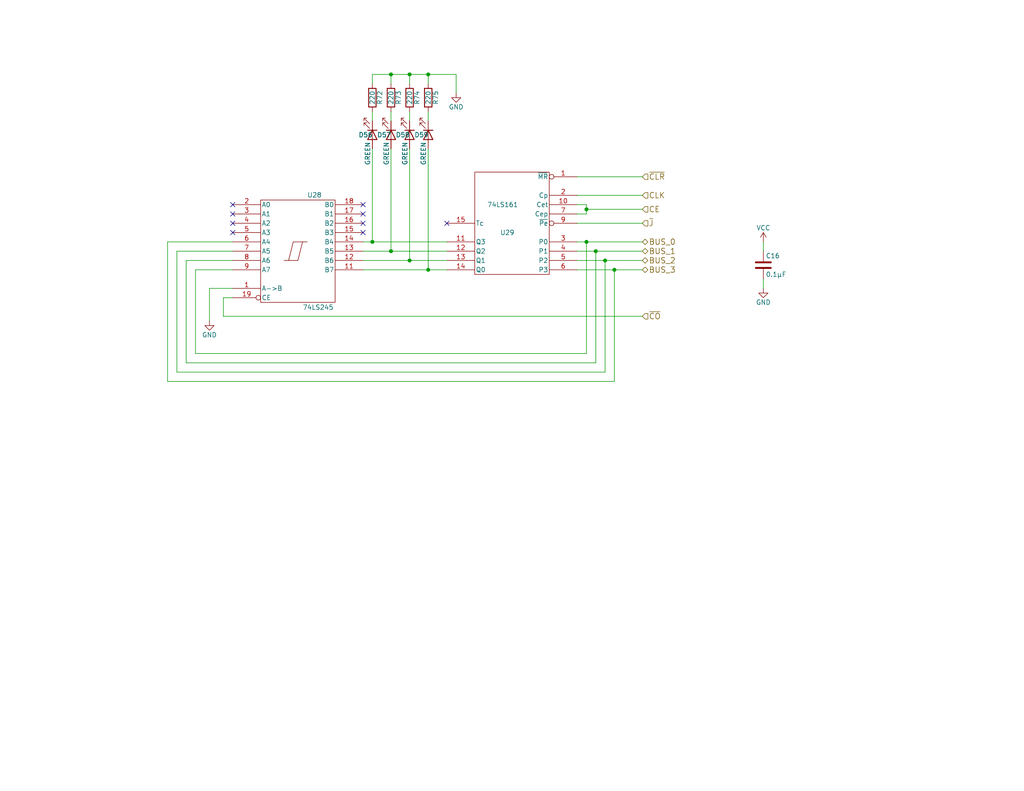
<source format=kicad_sch>
(kicad_sch (version 20231120) (generator "eeschema") (generator_version "8.0")
  (paper "USLetter")
  (lib_symbols
    (symbol "8bit-computer:74LS161" (pin_names (offset 0.254))
      (property "Reference" "U" (at 1.27 2.54 0))
      (property "Value" "74LS161" (at 2.54 -5.08 0))
      (symbol "74LS161_0_0"
        (pin power_in line (at -7.62 13.97 90) (length 0) hide (name "VCC") (number "16"))
        (pin power_in line (at -7.62 -13.97 90) (length 0) hide (name "GND") (number "8"))
      )
      (symbol "74LS161_0_1"
        (rectangle (start -10.16 13.97) (end 10.16 -13.97))
      )
      (symbol "74LS161_1_1"
        (pin input inverted (at -17.78 -12.7 0) (length 7.62) (name "~{MR}") (number "1"))
        (pin input line (at -17.78 -5.08 0) (length 7.62) (name "Cet") (number "10"))
        (pin output line (at 17.78 5.08 180) (length 7.62) (name "Q3") (number "11"))
        (pin output line (at 17.78 7.62 180) (length 7.62) (name "Q2") (number "12"))
        (pin output line (at 17.78 10.16 180) (length 7.62) (name "Q1") (number "13"))
        (pin output line (at 17.78 12.7 180) (length 7.62) (name "Q0") (number "14"))
        (pin output line (at 17.78 0 180) (length 7.62) (name "Tc") (number "15"))
        (pin input line (at -17.78 -7.62 0) (length 7.62) (name "Cp") (number "2"))
        (pin input line (at -17.78 5.08 0) (length 7.62) (name "P0") (number "3"))
        (pin input line (at -17.78 7.62 0) (length 7.62) (name "P1") (number "4"))
        (pin input line (at -17.78 10.16 0) (length 7.62) (name "P2") (number "5"))
        (pin input line (at -17.78 12.7 0) (length 7.62) (name "P3") (number "6"))
        (pin input line (at -17.78 -2.54 0) (length 7.62) (name "Cep") (number "7"))
        (pin input inverted (at -17.78 0 0) (length 7.62) (name "~{Pe}") (number "9"))
      )
    )
    (symbol "8bit-computer:74LS245" (pin_names (offset 0.254))
      (property "Reference" "U" (at 2.54 14.605 0))
      (property "Value" "74LS245" (at 1.27 -14.605 0))
      (symbol "74LS245_0_0"
        (pin power_in line (at 0 -13.97 90) (length 0) hide (name "GND") (number "10"))
        (pin power_in line (at 0 13.97 270) (length 0) hide (name "VCC") (number "20"))
      )
      (symbol "74LS245_0_1"
        (rectangle (start -10.16 13.97) (end 10.16 -13.97))
        (polyline (pts (xy 1.27 2.54) (xy 0 -2.54) (xy -2.54 -2.54)))
        (polyline (pts (xy 2.54 2.54) (xy -1.27 2.54) (xy -2.54 -2.54) (xy -3.81 -2.54)))
      )
      (symbol "74LS245_1_1"
        (pin input line (at -17.78 -10.16 0) (length 7.62) (name "A->B") (number "1"))
        (pin tri_state line (at 17.78 -5.08 180) (length 7.62) (name "B7") (number "11"))
        (pin tri_state line (at 17.78 -2.54 180) (length 7.62) (name "B6") (number "12"))
        (pin tri_state line (at 17.78 0 180) (length 7.62) (name "B5") (number "13"))
        (pin tri_state line (at 17.78 2.54 180) (length 7.62) (name "B4") (number "14"))
        (pin tri_state line (at 17.78 5.08 180) (length 7.62) (name "B3") (number "15"))
        (pin tri_state line (at 17.78 7.62 180) (length 7.62) (name "B2") (number "16"))
        (pin tri_state line (at 17.78 10.16 180) (length 7.62) (name "B1") (number "17"))
        (pin tri_state line (at 17.78 12.7 180) (length 7.62) (name "B0") (number "18"))
        (pin input inverted (at -17.78 -12.7 0) (length 7.62) (name "CE") (number "19"))
        (pin tri_state line (at -17.78 12.7 0) (length 7.62) (name "A0") (number "2"))
        (pin tri_state line (at -17.78 10.16 0) (length 7.62) (name "A1") (number "3"))
        (pin tri_state line (at -17.78 7.62 0) (length 7.62) (name "A2") (number "4"))
        (pin tri_state line (at -17.78 5.08 0) (length 7.62) (name "A3") (number "5"))
        (pin tri_state line (at -17.78 2.54 0) (length 7.62) (name "A4") (number "6"))
        (pin tri_state line (at -17.78 0 0) (length 7.62) (name "A5") (number "7"))
        (pin tri_state line (at -17.78 -2.54 0) (length 7.62) (name "A6") (number "8"))
        (pin tri_state line (at -17.78 -5.08 0) (length 7.62) (name "A7") (number "9"))
      )
    )
    (symbol "Device:C" (pin_numbers hide) (pin_names (offset 0.254))
      (property "Reference" "C" (at 0.635 2.54 0))
      (property "Value" "C" (at 0.635 -2.54 0))
      (symbol "C_0_1"
        (polyline (pts (xy -2.032 -0.762) (xy 2.032 -0.762)) (stroke (width 0.508)))
        (polyline (pts (xy -2.032 0.762) (xy 2.032 0.762)) (stroke (width 0.508)))
      )
      (symbol "C_1_1"
        (pin passive line (at 0 3.81 270) (length 2.794) (name "~") (number "1"))
        (pin passive line (at 0 -3.81 90) (length 2.794) (name "~") (number "2"))
      )
    )
    (symbol "Device:LED" (pin_numbers hide) (pin_names (offset 1.016) hide)
      (property "Reference" "D" (at 0 2.54 0))
      (property "Value" "LED" (at 0 -2.54 0))
      (symbol "LED_0_1"
        (polyline (pts (xy -1.27 -1.27) (xy -1.27 1.27)) (stroke (width 0.254)))
        (polyline (pts (xy -1.27 0) (xy 1.27 0)))
        (polyline (pts (xy 1.27 -1.27) (xy 1.27 1.27) (xy -1.27 0) (xy 1.27 -1.27)) (stroke (width 0.254)))
        (polyline (pts (xy -3.048 -0.762) (xy -4.572 -2.286) (xy -3.81 -2.286) (xy -4.572 -2.286) (xy -4.572 -1.524)))
        (polyline (pts (xy -1.778 -0.762) (xy -3.302 -2.286) (xy -2.54 -2.286) (xy -3.302 -2.286) (xy -3.302 -1.524)))
      )
      (symbol "LED_1_1"
        (pin passive line (at -3.81 0 0) (length 2.54) (name "K") (number "1"))
        (pin passive line (at 3.81 0 180) (length 2.54) (name "A") (number "2"))
      )
    )
    (symbol "Device:R" (pin_numbers hide) (pin_names (offset 0))
      (property "Reference" "R" (at 2.032 0 90))
      (property "Value" "R" (at 0 0 90))
      (symbol "R_0_1"
        (rectangle (start -1.016 -2.54) (end 1.016 2.54) (stroke (width 0.254)))
      )
      (symbol "R_1_1"
        (pin passive line (at 0 3.81 270) (length 1.27) (name "~") (number "1"))
        (pin passive line (at 0 -3.81 90) (length 1.27) (name "~") (number "2"))
      )
    )
    (symbol "power:GND" (power) (pin_names (offset 0))
      (property "Value" "GND" (at 0 -3.81 0))
      (symbol "GND_0_1"
        (polyline (pts (xy 0 0) (xy 0 -1.27) (xy 1.27 -1.27) (xy 0 -2.54) (xy -1.27 -1.27) (xy 0 -1.27)))
      )
      (symbol "GND_1_1"
        (pin power_in line (at 0 0 270) (length 0) hide (name "GND") (number "1"))
      )
    )
    (symbol "power:VCC" (power) (pin_names (offset 0))
      (property "Value" "VCC" (at 0 3.81 0))
      (symbol "VCC_0_1"
        (polyline (pts (xy -0.762 1.27) (xy 0 2.54)))
        (polyline (pts (xy 0 0) (xy 0 2.54)))
        (polyline (pts (xy 0 2.54) (xy 0.762 1.27)))
      )
      (symbol "VCC_1_1"
        (pin power_in line (at 0 0 90) (length 0) hide (name "VCC") (number "1"))
      )
    )
  )
  (junction (at 165.1 71.12))
  (junction (at 116.84 73.66))
  (junction (at 111.76 20.32))
  (junction (at 160.02 66.04))
  (junction (at 101.6 66.04))
  (junction (at 111.76 71.12))
  (junction (at 160.02 57.15))
  (junction (at 106.68 68.58))
  (junction (at 167.64 73.66))
  (junction (at 162.56 68.58))
  (junction (at 106.68 20.32))
  (junction (at 116.84 20.32))
  (no_connect (at 99.06 63.5))
  (no_connect (at 63.5 63.5))
  (no_connect (at 63.5 60.96))
  (no_connect (at 63.5 58.42))
  (no_connect (at 99.06 58.42))
  (no_connect (at 99.06 60.96))
  (no_connect (at 99.06 55.88))
  (no_connect (at 121.92 60.96))
  (no_connect (at 63.5 55.88))
  (wire (pts (xy 208.28 66.04) (xy 208.28 68.58)))
  (wire (pts (xy 111.76 20.32) (xy 116.84 20.32)))
  (wire (pts (xy 101.6 66.04) (xy 121.92 66.04)))
  (wire (pts (xy 160.02 55.88) (xy 157.48 55.88)))
  (wire (pts (xy 57.15 87.63) (xy 57.15 78.74)))
  (wire (pts (xy 157.48 71.12) (xy 165.1 71.12)))
  (wire (pts (xy 53.34 73.66) (xy 53.34 96.52)))
  (wire (pts (xy 175.26 60.96) (xy 157.48 60.96)))
  (wire (pts (xy 160.02 57.15) (xy 175.26 57.15)))
  (wire (pts (xy 175.26 86.36) (xy 60.96 86.36)))
  (wire (pts (xy 106.68 20.32) (xy 111.76 20.32)))
  (wire (pts (xy 157.48 66.04) (xy 160.02 66.04)))
  (wire (pts (xy 60.96 86.36) (xy 60.96 81.28)))
  (wire (pts (xy 111.76 71.12) (xy 121.92 71.12)))
  (wire (pts (xy 162.56 99.06) (xy 162.56 68.58)))
  (wire (pts (xy 106.68 68.58) (xy 121.92 68.58)))
  (wire (pts (xy 116.84 40.64) (xy 116.84 73.66)))
  (wire (pts (xy 48.26 101.6) (xy 165.1 101.6)))
  (wire (pts (xy 116.84 33.02) (xy 116.84 30.48)))
  (wire (pts (xy 111.76 40.64) (xy 111.76 71.12)))
  (wire (pts (xy 106.68 40.64) (xy 106.68 68.58)))
  (wire (pts (xy 101.6 20.32) (xy 106.68 20.32)))
  (wire (pts (xy 45.72 66.04) (xy 45.72 104.14)))
  (wire (pts (xy 175.26 53.34) (xy 157.48 53.34)))
  (wire (pts (xy 99.06 66.04) (xy 101.6 66.04)))
  (wire (pts (xy 160.02 96.52) (xy 160.02 66.04)))
  (wire (pts (xy 208.28 76.2) (xy 208.28 78.74)))
  (wire (pts (xy 101.6 30.48) (xy 101.6 33.02)))
  (wire (pts (xy 101.6 66.04) (xy 101.6 40.64)))
  (wire (pts (xy 50.8 99.06) (xy 162.56 99.06)))
  (wire (pts (xy 167.64 104.14) (xy 167.64 73.66)))
  (wire (pts (xy 160.02 66.04) (xy 175.26 66.04)))
  (wire (pts (xy 116.84 20.32) (xy 124.46 20.32)))
  (wire (pts (xy 165.1 101.6) (xy 165.1 71.12)))
  (wire (pts (xy 63.5 66.04) (xy 45.72 66.04)))
  (wire (pts (xy 101.6 22.86) (xy 101.6 20.32)))
  (wire (pts (xy 160.02 57.15) (xy 160.02 58.42)))
  (wire (pts (xy 48.26 68.58) (xy 48.26 101.6)))
  (wire (pts (xy 99.06 73.66) (xy 116.84 73.66)))
  (wire (pts (xy 63.5 68.58) (xy 48.26 68.58)))
  (wire (pts (xy 45.72 104.14) (xy 167.64 104.14)))
  (wire (pts (xy 124.46 20.32) (xy 124.46 25.4)))
  (wire (pts (xy 157.48 48.26) (xy 175.26 48.26)))
  (wire (pts (xy 63.5 73.66) (xy 53.34 73.66)))
  (wire (pts (xy 167.64 73.66) (xy 175.26 73.66)))
  (wire (pts (xy 106.68 22.86) (xy 106.68 20.32)))
  (wire (pts (xy 162.56 68.58) (xy 175.26 68.58)))
  (wire (pts (xy 106.68 33.02) (xy 106.68 30.48)))
  (wire (pts (xy 116.84 73.66) (xy 121.92 73.66)))
  (wire (pts (xy 111.76 20.32) (xy 111.76 22.86)))
  (wire (pts (xy 160.02 55.88) (xy 160.02 57.15)))
  (wire (pts (xy 53.34 96.52) (xy 160.02 96.52)))
  (wire (pts (xy 111.76 30.48) (xy 111.76 33.02)))
  (wire (pts (xy 50.8 71.12) (xy 50.8 99.06)))
  (wire (pts (xy 116.84 22.86) (xy 116.84 20.32)))
  (wire (pts (xy 99.06 68.58) (xy 106.68 68.58)))
  (wire (pts (xy 157.48 73.66) (xy 167.64 73.66)))
  (wire (pts (xy 57.15 78.74) (xy 63.5 78.74)))
  (wire (pts (xy 157.48 68.58) (xy 162.56 68.58)))
  (wire (pts (xy 160.02 58.42) (xy 157.48 58.42)))
  (wire (pts (xy 99.06 71.12) (xy 111.76 71.12)))
  (wire (pts (xy 63.5 71.12) (xy 50.8 71.12)))
  (wire (pts (xy 60.96 81.28) (xy 63.5 81.28)))
  (wire (pts (xy 165.1 71.12) (xy 175.26 71.12)))
  (hierarchical_label "CLK" (shape input) (at 175.26 53.34 0) (effects (font (size 1.524 1.524))))
  (hierarchical_label "BUS_2" (shape bidirectional) (at 175.26 71.12 0) (effects (font (size 1.524 1.524))))
  (hierarchical_label "BUS_1" (shape bidirectional) (at 175.26 68.58 0) (effects (font (size 1.524 1.524))))
  (hierarchical_label "CE" (shape input) (at 175.26 57.15 0) (effects (font (size 1.524 1.524))))
  (hierarchical_label "~{CLR}" (shape input) (at 175.26 48.26 0) (effects (font (size 1.524 1.524))))
  (hierarchical_label "BUS_0" (shape bidirectional) (at 175.26 66.04 0) (effects (font (size 1.524 1.524))))
  (hierarchical_label "~{J}" (shape input) (at 175.26 60.96 0) (effects (font (size 1.524 1.524))))
  (hierarchical_label "~{CO}" (shape input) (at 175.26 86.36 0) (effects (font (size 1.524 1.524))))
  (hierarchical_label "BUS_3" (shape bidirectional) (at 175.26 73.66 0) (effects (font (size 1.524 1.524))))
  (symbol (lib_id "8bit-computer:74LS161") (at 139.7 60.96 180) (unit 1)
    (property "Reference" "U29" (at 138.43 63.5 0))
    (property "Value" "74LS161" (at 137.16 55.88 0))
    (property "Footprint" "Package_DIP:DIP-16_W7.62mm" (effects (hide yes)))
  )
  (symbol (lib_id "8bit-computer:74LS245") (at 81.28 68.58 0) (unit 1)
    (property "Reference" "U28" (at 83.82 53.975 0) (effects (justify left bottom)))
    (property "Value" "74LS245" (at 82.55 83.185 0) (effects (justify left top)))
    (property "Footprint" "Package_DIP:DIP-20_W7.62mm" (effects (hide yes)))
  )
  (symbol (lib_id "power:GND") (at 57.15 87.63 0) (unit 1)
    (property "Reference" "#PWR051" (effects (hide yes)))
    (property "Value" "GND" (at 57.15 91.44 0))
  )
  (symbol (lib_id "Device:C") (at 208.28 72.39 0) (unit 1)
    (property "Reference" "C16" (at 208.915 69.85 0) (effects (justify left)))
    (property "Value" "0.1µF" (at 208.915 74.93 0) (effects (justify left)))
    (property "Footprint" "Capacitor_THT:C_Disc_D4.3mm_W1.9mm_P5.00mm" (effects (hide yes)))
  )
  (symbol (lib_id "power:GND") (at 208.28 78.74 0) (unit 1)
    (property "Reference" "#PWR054" (effects (hide yes)))
    (property "Value" "GND" (at 208.28 82.55 0))
  )
  (symbol (lib_id "power:VCC") (at 208.28 66.04 0) (unit 1)
    (property "Reference" "#PWR053" (effects (hide yes)))
    (property "Value" "VCC" (at 208.28 62.23 0))
  )
  (symbol (lib_id "Device:R") (at 101.6 26.67 0) (unit 1)
    (property "Reference" "R72" (at 103.632 26.67 90))
    (property "Value" "220" (at 101.6 26.67 90))
    (property "Footprint" "Resistor_THT:R_Axial_DIN0207_L6.3mm_D2.5mm_P7.62mm_Horizontal" (effects (hide yes)))
  )
  (symbol (lib_id "Device:R") (at 106.68 26.67 0) (unit 1)
    (property "Reference" "R73" (at 108.712 26.67 90))
    (property "Value" "220" (at 106.68 26.67 90))
    (property "Footprint" "Resistor_THT:R_Axial_DIN0207_L6.3mm_D2.5mm_P7.62mm_Horizontal" (effects (hide yes)))
  )
  (symbol (lib_id "Device:R") (at 111.76 26.67 0) (unit 1)
    (property "Reference" "R74" (at 113.792 26.67 90))
    (property "Value" "220" (at 111.76 26.67 90))
    (property "Footprint" "Resistor_THT:R_Axial_DIN0207_L6.3mm_D2.5mm_P7.62mm_Horizontal" (effects (hide yes)))
  )
  (symbol (lib_id "Device:R") (at 116.84 26.67 0) (unit 1)
    (property "Reference" "R75" (at 118.872 26.67 90))
    (property "Value" "220" (at 116.84 26.67 90))
    (property "Footprint" "Resistor_THT:R_Axial_DIN0207_L6.3mm_D2.5mm_P7.62mm_Horizontal" (effects (hide yes)))
  )
  (symbol (lib_id "power:GND") (at 124.46 25.4 0) (unit 1)
    (property "Reference" "#PWR052" (effects (hide yes)))
    (property "Value" "GND" (at 124.46 29.21 0))
  )
  (symbol (lib_id "Device:LED") (at 101.6 36.83 270) (unit 1)
    (property "Reference" "D56" (at 97.79 36.83 90) (effects (justify left)))
    (property "Value" "GREEN" (at 100.33 38.735 0) (effects (justify left)))
  )
  (symbol (lib_id "Device:LED") (at 111.76 36.83 270) (unit 1)
    (property "Reference" "D58" (at 107.95 36.83 90) (effects (justify left)))
    (property "Value" "GREEN" (at 110.49 38.735 0) (effects (justify left)))
  )
  (symbol (lib_id "Device:LED") (at 116.84 36.83 270) (unit 1)
    (property "Reference" "D59" (at 113.03 36.83 90) (effects (justify left)))
    (property "Value" "GREEN" (at 115.57 38.735 0) (effects (justify left)))
  )
  (symbol (lib_id "Device:LED") (at 106.68 36.83 270) (unit 1)
    (property "Reference" "D57" (at 102.87 36.83 90) (effects (justify left)))
    (property "Value" "GREEN" (at 105.41 38.735 0) (effects (justify left)))
  )
)
</source>
